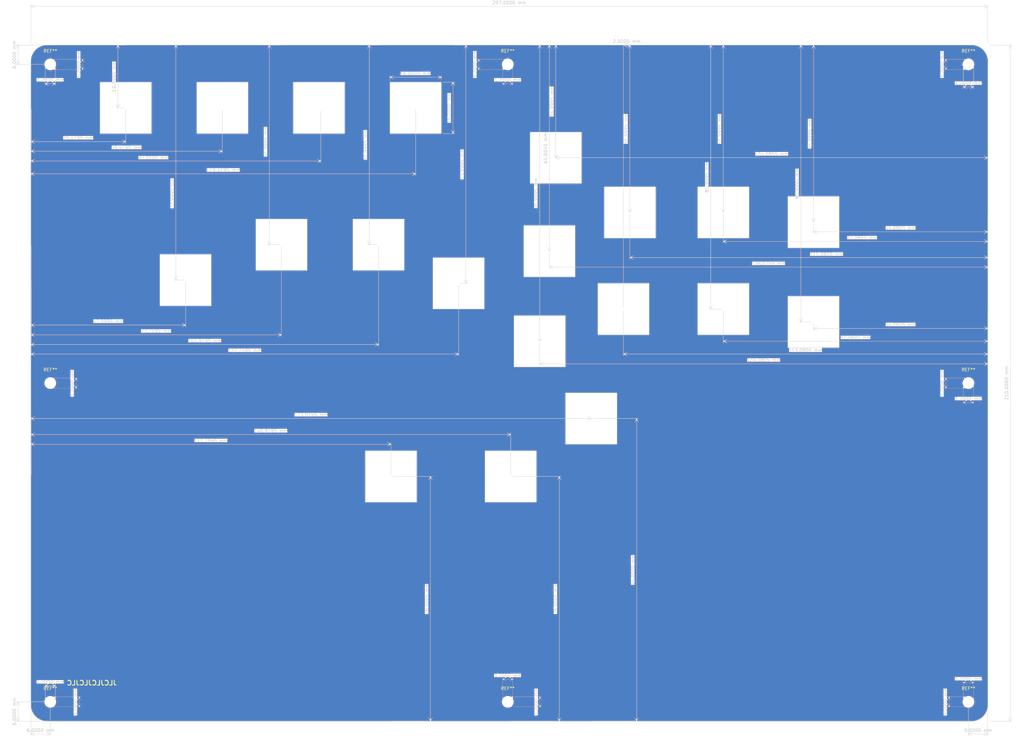
<source format=kicad_pcb>
(kicad_pcb (version 20241229) (generator "pcbnew") (generator_version "9.0")
  (layers (0 "F.Cu" signal) (2 "B.Cu" signal) (13 "F.Paste" user) (15 "B.Paste" user) (5 "F.SilkS" user "F.Silkscreen") (7 "B.SilkS" user "B.Silkscreen") (1 "F.Mask" user) (3 "B.Mask" user) (25 "Edge.Cuts" user))
  (net 0 "")
  (net 1 "GND")
  (footprint "MountingHole:MountingHole_3.2mm_M3" (layer "F.Cu") (at 341 234)
    (property "Reference" "REF**" (at 0 -4.15 0) (layer "F.SilkS"))
    (property "Value" "MountingHole_3.2mm_M3")
    (pad "" np_thru_hole circle (at 0 0) (size 3.2 3.2) (drill 3.2) (layers "*.Cu" "*.Mask"))
  )
  (footprint "MountingHole:MountingHole_3.2mm_M3" (layer "F.Cu") (at 56 36)
    (property "Reference" "REF**" (at 0 -4.15 0) (layer "F.SilkS"))
    (property "Value" "MountingHole_3.2mm_M3")
    (pad "" np_thru_hole circle (at 0 0) (size 3.2 3.2) (drill 3.2) (layers "*.Cu" "*.Mask"))
  )
  (footprint "MountingHole:MountingHole_3.2mm_M3" (layer "F.Cu") (at 56 135)
    (property "Reference" "REF**" (at 0 -4.15 0) (layer "F.SilkS"))
    (property "Value" "MountingHole_3.2mm_M3")
    (pad "" np_thru_hole circle (at 0 0) (size 3.2 3.2) (drill 3.2) (layers "*.Cu" "*.Mask"))
  )
  (footprint "MountingHole:MountingHole_3.2mm_M3" (layer "F.Cu") (at 198 36)
    (property "Reference" "REF**" (at 0 -4.15 0) (layer "F.SilkS"))
    (property "Value" "MountingHole_3.2mm_M3" (hide yes))
    (pad "" np_thru_hole circle (at 0 0) (size 3.2 3.2) (drill 3.2) (layers "*.Cu" "*.Mask"))
  )
  (footprint "MountingHole:MountingHole_3.2mm_M3" (layer "F.Cu") (at 56 234)
    (property "Reference" "REF**" (at 0 -4.15 0) (layer "F.SilkS"))
    (property "Value" "MountingHole_3.2mm_M3")
    (pad "" np_thru_hole circle (at 0 0) (size 3.2 3.2) (drill 3.2) (layers "*.Cu" "*.Mask"))
  )
  (footprint "MountingHole:MountingHole_3.2mm_M3" (layer "F.Cu") (at 341 36)
    (property "Reference" "REF**" (at 0 -4.15 0) (layer "F.SilkS"))
    (property "Value" "MountingHole_3.2mm_M3")
    (pad "" np_thru_hole circle (at 0 0) (size 3.2 3.2) (drill 3.2) (layers "*.Cu" "*.Mask"))
  )
  (footprint "MountingHole:MountingHole_3.2mm_M3" (layer "F.Cu") (at 341 135)
    (property "Reference" "REF**" (at 0 -4.15 0) (layer "F.SilkS"))
    (property "Value" "MountingHole_3.2mm_M3")
    (pad "" np_thru_hole circle (at 0 0) (size 3.2 3.2) (drill 3.2) (layers "*.Cu" "*.Mask"))
  )
  (footprint "MountingHole:MountingHole_3.2mm_M3" (layer "F.Cu") (at 198 234)
    (property "Reference" "REF**" (at 0 -4.15 0) (layer "F.SilkS"))
    (property "Value" "MountingHole_3.2mm_M3")
    (pad "" np_thru_hole circle (at 0 0) (size 3.2 3.2) (drill 3.2) (layers "*.Cu" "*.Mask"))
  )
  (gr_arc (start 50 35) (mid 51.464466 31.464466) (end 55 30) (stroke (width 0.1)) (layer "Edge.Cuts"))
  (gr_arc (start 342 30) (mid 345.535534 31.464466) (end 347 35) (stroke (width 0.1)) (layer "Edge.Cuts"))
  (gr_circle (center 198 36) (end 199.6 36) (stroke (width 0.05)) (fill no) (layer "Edge.Cuts"))
  (gr_arc (start 55 240) (mid 51.464466 238.535534) (end 50 235) (stroke (width 0.1)) (layer "Edge.Cuts"))
  (gr_rect (start 256.919466 73.999466) (end 272.919466 89.999466) (stroke (width 0.1)) (fill no) (layer "Edge.Cuts"))
  (gr_circle (center 341 36) (end 342.6 36) (stroke (width 0.05)) (fill no) (layer "Edge.Cuts"))
  (gr_rect (start 153.759466 155.999466) (end 169.759466 171.999466) (stroke (width 0.1)) (fill no) (layer "Edge.Cuts"))
  (gr_rect (start 71.419466 41.499466) (end 87.419466 57.499466) (stroke (width 0.1)) (fill no) (layer "Edge.Cuts"))
  (gr_rect (start 225.919466 103.999466) (end 241.919466 119.999466) (stroke (width 0.1)) (fill no) (layer "Edge.Cuts"))
  (gr_rect (start 190.919466 155.999466) (end 206.919466 171.999466) (stroke (width 0.1)) (fill no) (layer "Edge.Cuts"))
  (gr_circle (center 56 234) (end 57.6 234) (stroke (width 0.05)) (fill no) (layer "Edge.Cuts"))
  (gr_rect (start 227.919466 73.999466) (end 243.919466 89.999466) (stroke (width 0.1)) (fill no) (layer "Edge.Cuts"))
  (gr_rect (start 284.919466 107.999466) (end 300.919466 123.999466) (stroke (width 0.1)) (fill no) (layer "Edge.Cuts"))
  (gr_circle (center 341 135) (end 342.6 135) (stroke (width 0.05)) (fill no) (layer "Edge.Cuts"))
  (gr_rect (start 215.919466 137.999466) (end 231.919466 153.999466) (stroke (width 0.1)) (fill no) (layer "Edge.Cuts"))
  (gr_rect (start 204.914466 56.999466) (end 220.914466 72.999466) (stroke (width 0.1)) (fill no) (layer "Edge.Cuts"))
  (gr_circle (center 56 135) (end 57.6 135) (stroke (width 0.1)) (fill no) (layer "Edge.Cuts"))
  (gr_rect (start 101.419466 41.499466) (end 117.419466 57.499466) (stroke (width 0.1)) (fill no) (layer "Edge.Cuts"))
  (gr_rect (start 149.919466 83.999466) (end 165.919466 99.999466) (stroke (width 0.1)) (fill no) (layer "Edge.Cuts"))
  (gr_arc (start 347 235) (mid 345.535534 238.535534) (end 342 240) (stroke (width 0.1)) (layer "Edge.Cuts"))
  (gr_circle (center 56 36) (end 57.6 36) (stroke (width 0.1)) (fill no) (layer "Edge.Cuts"))
  (gr_circle (center 341 234) (end 342.6 234) (stroke (width 0.05)) (fill no) (layer "Edge.Cuts"))
  (gr_rect (start 199.919466 113.999466) (end 215.919466 129.999466) (stroke (width 0.1)) (fill no) (layer "Edge.Cuts"))
  (gr_rect (start 131.419466 41.499466) (end 147.419466 57.499466) (stroke (width 0.1)) (fill no) (layer "Edge.Cuts"))
  (gr_rect (start 174.759466 95.999466) (end 190.759466 111.999466) (stroke (width 0.1)) (fill no) (layer "Edge.Cuts"))
  (gr_circle (center 198 234) (end 199.6 234) (stroke (width 0.05)) (fill no) (layer "Edge.Cuts"))
  (gr_line (start 347 235) (end 347 35) (stroke (width 0.1)) (layer "Edge.Cuts"))
  (gr_rect (start 284.919466 76.999466) (end 300.919466 92.999466) (stroke (width 0.1)) (fill no) (layer "Edge.Cuts"))
  (gr_rect (start 202.924466 86.004466) (end 218.924466 102.004466) (stroke (width 0.1)) (fill no) (layer "Edge.Cuts"))
  (gr_rect (start 161.419466 41.499466) (end 177.419466 57.499466) (stroke (width 0.1)) (fill no) (layer "Edge.Cuts"))
  (gr_rect (start 256.919466 103.999466) (end 272.919466 119.999466) (stroke (width 0.1)) (fill no) (layer "Edge.Cuts"))
  (gr_line (start 342 30) (end 55 30) (stroke (width 0.1)) (layer "Edge.Cuts"))
  (gr_rect (start 89.999466 94.999466) (end 105.999466 110.999466) (stroke (width 0.1)) (fill no) (layer "Edge.Cuts"))
  (gr_rect (start 119.759466 83.999466) (end 135.759466 99.999466) (stroke (width 0.1)) (fill no) (layer "Edge.Cuts"))
  (gr_line (start 50 235) (end 50 35) (stroke (width 0.1)) (layer "Edge.Cuts"))
  (gr_line (start 342 240) (end 55 240) (stroke (width 0.1)) (layer "Edge.Cuts"))
  (gr_text "JLCJLCJLCJLC" (at 61 229 0) (layer "F.SilkS") (effects (font (size 1.5 1.5) (thickness 0.3) (bold yes)) (justify right bottom mirror)))
  (dimension (type aligned) (layer "Edge.Cuts") (pts (xy 347 30) (xy 347 240)) (height -7) (format (prefix "") (suffix "") (units 3) (units_format 1) (precision 4)) (style (thickness 0.1) (arrow_length 1.27) (text_position_mode 0) (arrow_direction outward) (extension_height 0.58642) (extension_offset 0.5) (keep_text_aligned yes)) (gr_text "210.0000 mm" (at 352.85 135 90) (layer "Edge.Cuts") (effects (font (size 1 1) (thickness 0.15)))))
  (dimension (type aligned) (layer "Edge.Cuts") (pts (xy 347 30) (xy 50 30)) (height 12) (format (prefix "") (suffix "") (units 3) (units_format 1) (precision 4)) (style (thickness 0.1) (arrow_length 1.27) (text_position_mode 0) (arrow_direction outward) (extension_height 0.58642) (extension_offset 0.5) (keep_text_aligned yes)) (gr_text "297.0000 mm" (at 198.5 16.85 0) (layer "Edge.Cuts") (effects (font (size 1 1) (thickness 0.15)))))
  (dimension (type orthogonal) (layer "Edge.Cuts") (pts (xy 198 232.4) (xy 198 235.6)) (height 10) (orientation 1) (format (prefix "") (suffix "") (units 3) (units_format 1) (precision 4)) (style (thickness 0.05) (arrow_length 1.27) (text_position_mode 0) (arrow_direction outward) (extension_height 0.58642) (extension_offset 0.5) (keep_text_aligned yes)) (gr_text "3.2000 mm" (at 206.85 234 90) (layer "Edge.Cuts") (effects (font (size 1 1) (thickness 0.15)))))
  (dimension (type orthogonal) (layer "Edge.Cuts") (pts (xy 233.919466 111.999466) (xy 347 111.999466)) (height 14.000534) (orientation 0) (format (prefix "") (suffix "") (units 3) (units_format 1) (precision 4)) (style (thickness 0.1) (arrow_length 1.27) (text_position_mode 0) (arrow_direction outward) (extension_height 0.58642) (extension_offset 0.5) (keep_text_aligned yes)) (gr_text "113.0805 mm" (at 290.459733 124.85 0) (layer "Edge.Cuts") (effects (font (size 1 1) (thickness 0.15)))))
  (dimension (type orthogonal) (layer "Edge.Cuts") (pts (xy 97.999466 102.999466) (xy 50 103)) (height 14.000534) (orientation 0) (format (prefix "") (suffix "") (units 3) (units_format 1) (precision 4)) (style (thickness 0.1) (arrow_length 1.27) (text_position_mode 0) (arrow_direction outward) (extension_height 0.58642) (extension_offset 0.5) (keep_text_aligned yes)) (gr_text "47.9995 mm" (at 73.999733 115.85 0) (layer "Edge.Cuts") (effects (font (size 1 1) (thickness 0.15)))))
  (dimension (type orthogonal) (layer "Edge.Cuts") (pts (xy 341 234) (xy 347 235)) (height 10) (orientation 0) (format (prefix "") (suffix "") (units 3) (units_format 1) (precision 4)) (style (thickness 0.1) (arrow_length 1.27) (text_position_mode 0) (arrow_direction outward) (extension_height 0.58642) (extension_offset 0.5) (keep_text_aligned yes)) (gr_text "6.0000 mm" (at 344 242.85 0) (layer "Edge.Cuts") (effects (font (size 1 1) (thickness 0.15)))))
  (dimension (type orthogonal) (layer "Edge.Cuts") (pts (xy 292.919466 84.999466) (xy 347 84.999466)) (height 3.000534) (orientation 0) (format (prefix "") (suffix "") (units 3) (units_format 1) (precision 4)) (style (thickness 0.1) (arrow_length 1.27) (text_position_mode 0) (arrow_direction outward) (extension_height 0.58642) (extension_offset 0.5) (keep_text_aligned yes)) (gr_text "54.0805 mm" (at 319.959733 86.85 0) (layer "Edge.Cuts") (effects (font (size 1 1) (thickness 0.15)))))
  (dimension (type orthogonal) (layer "Edge.Cuts") (pts (xy 182.759466 103.999466) (xy 50 105)) (height 22.000534) (orientation 0) (format (prefix "") (suffix "") (units 3) (units_format 1) (precision 4)) (style (thickness 0.1) (arrow_length 1.27) (text_position_mode 0) (arrow_direction outward) (extension_height 0.58642) (extension_offset 0.5) (keep_text_aligned yes)) (gr_text "132.7595 mm" (at 116.379733 124.85 0) (layer "Edge.Cuts") (effects (font (size 1 1) (thickness 0.15)))))
  (dimension (type orthogonal) (layer "Edge.Cuts") (pts (xy 210.924466 94.004466) (xy 347 94.004466)) (height 4.995534) (orientation 0) (format (prefix "") (suffix "") (units 3) (units_format 1) (precision 4)) (style (thickness 0.1) (arrow_length 1.27) (text_position_mode 0) (arrow_direction outward) (extension_height 0.58642) (extension_offset 0.5) (keep_text_aligned yes)) (gr_text "136.0755 mm" (at 278.962233 97.85 0) (layer "Edge.Cuts") (effects (font (size 1 1) (thickness 0.15)))))
  (dimension (type orthogonal) (layer "Edge.Cuts") (pts (xy 264.919466 81.999466) (xy 264.919466 30)) (height 0) (orientation 1) (format (prefix "") (suffix "") (units 3) (units_format 1) (precision 4)) (style (thickness 0.1) (arrow_length 1.27) (text_position_mode 0) (arrow_direction outward) (extension_height 0.58642) (extension_offset 0.5) (keep_text_aligned yes)) (gr_text "51.9995 mm" (at 263.769466 55.999733 90) (layer "Edge.Cuts") (effects (font (size 1 1) (thickness 0.15)))))
  (dimension (type orthogonal) (layer "Edge.Cuts") (pts (xy 182.759466 103.999466) (xy 181 30)) (height 2.240534) (orientation 1) (format (prefix "") (suffix "") (units 3) (units_format 1) (precision 4)) (style (thickness 0.1) (arrow_length 1.27) (text_position_mode 0) (arrow_direction outward) (extension_height 0.58642) (extension_offset 0.5) (keep_text_aligned yes)) (gr_text "73.9995 mm" (at 183.85 66.999733 90) (layer "Edge.Cuts") (effects (font (size 1 1) (thickness 0.15)))))
  (dimension (type orthogonal) (layer "Edge.Cuts") (pts (xy 292.919466 115.999466) (xy 347 115.999466)) (height 2.000534) (orientation 0) (format (prefix "") (suffix "") (units 3) (units_format 1) (precision 4)) (style (thickness 0.1) (arrow_length 1.27) (text_position_mode 0) (arrow_direction outward) (extension_height 0.58642) (extension_offset 0.5) (keep_text_aligned yes)) (gr_text "54.0805 mm" (at 319.959733 116.85 0) (layer "Edge.Cuts") (effects (font (size 1 1) (thickness 0.15)))))
  (dimension (type orthogonal) (layer "Edge.Cuts") (pts (xy 56 232.4) (xy 56 235.6)) (height 9) (orientation 1) (format (prefix "") (suffix "") (units 3) (units_format 1) (precision 4)) (style (thickness 0.05) (arrow_length 1.27) (text_position_mode 0) (arrow_direction outward) (extension_height 0.58642) (extension_offset 0.5) (keep_text_aligned yes)) (gr_text "3.2000 mm" (at 63.85 234 90) (layer "Edge.Cuts") (effects (font (size 1 1) (thickness 0.15)))))
  (dimension (type orthogonal) (layer "Edge.Cuts") (pts (xy 177.419466 41.499466) (xy 177.419466 57.499466)) (height 3.580534) (orientation 1) (format (prefix "") (suffix "") (units 3) (units_format 1) (precision 4)) (style (thickness 0.1) (arrow_length 1.27) (text_position_mode 0) (arrow_direction outward) (extension_height 0.58642) (extension_offset 0.5) (keep_text_aligned yes)) (gr_text "16.0000 mm" (at 179.85 49.499466 90) (layer "Edge.Cuts") (effects (font (size 1 1) (thickness 0.15)))))
  (dimension (type orthogonal) (layer "Edge.Cuts") (pts (xy 127.759466 91.999466) (xy 128 30)) (height -3.759466) (orientation 1) (format (prefix "") (suffix "") (units 3) (units_format 1) (precision 4)) (style (thickness 0.1) (arrow_length 1.27) (text_position_mode 2) (arrow_direction outward) (extension_height 0.58642) (extension_offset 0.5) (keep_text_aligned yes)) (gr_text "61.9995 mm" (at 122.85 59.999999 90) (layer "Edge.Cuts") (effects (font (size 1 1) (thickness 0.15)))))
  (dimension (type orthogonal) (layer "Edge.Cuts") (pts (xy 207.919466 121.999466) (xy 347 122)) (height 7.000534) (orientation 0) (format (prefix "") (suffix "") (units 3) (units_format 1) (precision 4)) (style (thickness 0.1) (arrow_length 1.27) (text_position_mode 0) (arrow_direction outward) (extension_height 0.58642) (extension_offset 0.5) (keep_text_aligned yes)) (gr_text "139.0805 mm" (at 277.459733 127.85 0) (layer "Edge.Cuts") (effects (font (size 1 1) (thickness 0.15)))))
  (dimension (type orthogonal) (layer "Edge.Cuts") (pts (xy 169.419466 49.499466) (xy 50 69)) (height 20.500534) (orientation 0) (format (prefix "") (suffix "") (units 3) (units_format 1) (precision 4)) (style (thickness 0.1) (arrow_length 1.27) (text_position_mode 0) (arrow_direction outward) (extension_height 0.58642) (extension_offset 0.5) (keep_text_aligned yes)) (gr_text "119.4195 mm" (at 109.709733 68.85 0) (layer "Edge.Cuts") (effects (font (size 1 1) (thickness 0.15)))))
  (dimension (type orthogonal) (layer "Edge.Cuts") (pts (xy 97.999466 102.999466) (xy 97 30)) (height -2.999466) (orientation 1) (format (prefix "") (suffix "") (units 3) (units_format 1) (precision 4)) (style (thickness 0.1) (arrow_length 1.27) (text_position_mode 2) (arrow_direction outward) (extension_height 0.58642) (extension_offset 0.5) (keep_text_aligned yes)) (gr_text "72.9995 mm" (at 93.85 75.999999 90) (layer "Edge.Cuts") (effects (font (size 1 1) (thickness 0.15)))))
  (dimension (type orthogonal) (layer "Edge.Cuts") (pts (xy 264.919466 111.999466) (xy 264.919466 30)) (height -3.919466) (orientation 1) (format (prefix "") (suffix "") (units 3) (units_format 1) (precision 4)) (style (thickness 0.1) (arrow_length 1.27) (text_position_mode 0) (arrow_direction outward) (extension_height 0.58642) (extension_offset 0.5) (keep_text_aligned yes)) (gr_text "81.9995 mm" (at 259.85 70.999733 90) (layer "Edge.Cuts") (effects (font (size 1 1) (thickness 0.15)))))
  (dimension (type orthogonal) (layer "Edge.Cuts") (pts (xy 341 232.4) (xy 341 235.6)) (height -6) (orientation 1) (format (prefix "") (suffix "") (units 3) (units_format 1) (precision 4)) (style (thickness 0.05) (arrow_length 1.27) (text_position_mode 0) (arrow_direction outward) (extension_height 0.58642) (extension_offset 0.5) (keep_text_aligned yes)) (gr_text "3.2000 mm" (at 333.85 234 90) (layer "Edge.Cuts") (effects (font (size 1 1) (thickness 0.15)))))
  (dimension (type orthogonal) (layer "Edge.Cuts") (pts (xy 339.4 135) (xy 342.6 135)) (height 6) (orientation 0) (format (prefix "") (suffix "") (units 3) (units_format 1) (precision 4)) (style (thickness 0.05) (arrow_length 1.27) (text_position_mode 0) (arrow_direction outward) (extension_height 0.58642) (extension_offset 0.5) (keep_text_aligned yes)) (gr_text "3.2000 mm" (at 341 139.85 0) (layer "Edge.Cuts") (effects (font (size 1 1) (thickness 0.15)))))
  (dimension (type orthogonal) (layer "Edge.Cuts") (pts (xy 292.919466 115.999466) (xy 292.919466 30)) (height -3.919466) (orientation 1) (format (prefix "") (suffix "") (units 3) (units_format 1) (precision 4)) (style (thickness 0.1) (arrow_length 1.27) (text_position_mode 0) (arrow_direction outward) (extension_height 0.58642) (extension_offset 0.5) (keep_text_aligned yes)) (gr_text "85.9995 mm" (at 287.85 72.999733 90) (layer "Edge.Cuts") (effects (font (size 1 1) (thickness 0.15)))))
  (dimension (type orthogonal) (layer "Edge.Cuts") (pts (xy 223.919466 145.999466) (xy 50 151)) (height 0.000534) (orientation 0) (format (prefix "") (suffix "") (units 3) (units_format 1) (precision 4)) (style (thickness 0.1) (arrow_length 1.27) (text_position_mode 0) (arrow_direction outward) (extension_height 0.58642) (extension_offset 0.5) (keep_text_aligned yes)) (gr_text "173.9195 mm" (at 136.959733 144.85 0) (layer "Edge.Cuts") (effects (font (size 1 1) (thickness 0.15)))))
  (dimension (type orthogonal) (layer "Edge.Cuts") (pts (xy 157.919466 91.999466) (xy 159 30)) (height -2.919466) (orientation 1) (format (prefix "") (suffix "") (units 3) (units_format 1) (precision 4)) (style (thickness 0.1) (arrow_length 1.27) (text_position_mode 0) (arrow_direction outward) (extension_height 0.58642) (extension_offset 0.5) (keep_text_aligned yes)) (gr_text "61.9995 mm" (at 153.85 60.999733 90) (layer "Edge.Cuts") (effects (font (size 1 1) (thickness 0.15)))))
  (dimension (type orthogonal) (layer "Edge.Cuts") (pts (xy 264.919466 111.999466) (xy 347 111.999466)) (height 10.000534) (orientation 0) (format (prefix "") (suffix "") (units 3) (units_format 1) (precision 4)) (style (thickness 0.1) (arrow_length 1.27) (text_position_mode 0) (arrow_direction outward) (extension_height 0.58642) (extension_offset 0.5) (keep_text_aligned yes)) (gr_text "82.0805 mm" (at 305.959733 120.85 0) (layer "Edge.Cuts") (effects (font (size 1 1) (thickness 0.15)))))
  (dimension (type orthogonal) (layer "Edge.Cuts") (pts (xy 161.419466 41.499466) (xy 177.419466 41.499466)) (height -1.499466) (orientation 0) (format (prefix "") (suffix "") (units 3) (units_format 1) (precision 4)) (style (thickness 0.1) (arrow_length 1.27) (text_position_mode 0) (arrow_direction outward) (extension_height 0.58642) (extension_offset 0.5) (keep_text_aligned yes)) (gr_text "16.0000 mm" (at 169.419466 38.85 0) (layer "Edge.Cuts") (effects (font (size 1 1) (thickness 0.15)))))
  (dimension (type orthogonal) (layer "Edge.Cuts") (pts (xy 79.419466 49.499466) (xy 50 49.499466)) (height 10.500534) (orientation 0) (format (prefix "") (suffix "") (units 3) (units_format 1) (precision 4)) (style (thickness 0.1) (arrow_length 1.27) (text_position_mode 0) (arrow_direction outward) (extension_height 0.58642) (extension_offset 0.5) (keep_text_aligned yes)) (gr_text "29.4195 mm" (at 64.709733 58.85 0) (layer "Edge.Cuts") (effects (font (size 1 1) (thickness 0.15)))))
  (dimension (type orthogonal) (layer "Edge.Cuts") (pts (xy 292.919466 84.999466) (xy 292.919466 30)) (height 0) (orientation 1) (format (prefix "") (suffix "") (units 3) (units_format 1) (precision 4)) (style (thickness 0.1) (arrow_length 1.27) (text_position_mode 0) (arrow_direction outward) (extension_height 0.58642) (extension_offset 0.5) (keep_text_aligned yes)) (gr_text "54.9995 mm" (at 291.769466 57.499733 90) (layer "Edge.Cuts") (effects (font (size 1 1) (thickness 0.15)))))
  (dimension (type orthogonal) (layer "Edge.Cuts") (pts (xy 212.914466 64.999466) (xy 347 64.999466)) (height 0) (orientation 0) (format (prefix "") (suffix "") (units 3) (units_format 1) (precision 4)) (style (thickness 0.1) (arrow_length 1.27) (text_position_mode 0) (arrow_direction outward) (extension_height 0.58642) (extension_offset 0.5) (keep_text_aligned yes)) (gr_text "134.0855 mm" (at 279.957233 63.849466 0) (layer "Edge.Cuts") (effects (font (size 1 1) (thickness 0.15)))))
  (dimension (type orthogonal) (layer "Edge.Cuts") (pts (xy 56 234) (xy 56 240)) (height -10) (orientation 1) (format (prefix "") (suffix "") (units 3) (units_format 1) (precision 4)) (style (thickness 0.1) (arrow_length 1.27) (text_position_mode 0) (arrow_direction outward) (extension_height 0.58642) (extension_offset 0.5) (keep_text_aligned yes)) (gr_text "6.0000 mm" (at 44.85 237 90) (layer "Edge.Cuts") (effects (font (size 1 1) (thickness 0.15)))))
  (dimension (type orthogonal) (layer "Edge.Cuts") (pts (xy 212.914466 64.999466) (xy 212.914466 30)) (height 0) (orientation 1) (format (prefix "") (suffix "") (units 3) (units_format 1) (precision 4)) (style (thickness 0.1) (arrow_length 1.27) (text_position_mode 0) (arrow_direction outward) (extension_height 0.58642) (extension_offset 0.5) (keep_text_aligned yes)) (gr_text "34.9995 mm" (at 211.764466 47.499733 90) (layer "Edge.Cuts") (effects (font (size 1 1) (thickness 0.15)))))
  (dimension (type orthogonal) (layer "Edge.Cuts") (pts (xy 157.919466 91.999466) (xy 50 91.999466)) (height 31.000534) (orientation 0) (format (prefix "") (suffix "") (units 3) (units_format 1) (precision 4)) (style (thickness 0.1) (arrow_length 1.27) (text_position_mode 0) (arrow_direction outward) (extension_height 0.58642) (extension_offset 0.5) (keep_text_aligned yes)) (gr_text "107.9195 mm" (at 103.959733 121.85 0) (layer "Edge.Cuts") (effects (font (size 1 1) (thickness 0.15)))))
  (dimension (type orthogonal) (layer "Edge.Cuts") (pts (xy 207.919466 121.999466) (xy 204.914466 30)) (height 0) (orientation 1) (format (prefix "") (suffix "") (units 3) (units_format 1) (precision 4)) (style (thickness 0.1) (arrow_length 1.27) (text_position_mode 0) (arrow_direction outward) (extension_height 0.58642) (extension_offset 0.5) (keep_text_aligned yes)) (gr_text "91.9995 mm" (at 206.769466 75.999733 90) (layer "Edge.Cuts") (effects (font (size 1 1) (thickness 0.15)))))
  (dimension (type orthogonal) (layer "Edge.Cuts") (pts (xy 196.4 36) (xy 199.6 36)) (height 6) (orientation 0) (format (prefix "") (suffix "") (units 3) (units_format 1) (precision 4)) (style (thickness 0.05) (arrow_length 1.27) (text_position_mode 0) (arrow_direction outward) (extension_height 0.58642) (extension_offset 0.5) (keep_text_aligned yes)) (gr_text "3.2000 mm" (at 198 40.85 0) (layer "Edge.Cuts") (effects (font (size 1 1) (thickness 0.15)))))
  (dimension (type orthogonal) (layer "Edge.Cuts") (pts (xy 198 34.4) (xy 198 37.6)) (height -9) (orientation 1) (format (prefix "") (suffix "") (units 3) (units_format 1) (precision 4)) (style (thickness 0.05) (arrow_length 1.27) (text_position_mode 0) (arrow_direction outward) (extension_height 0.58642) (extension_offset 0.5) (keep_text_aligned yes)) (gr_text "3.2000 mm" (at 187.85 36 90) (layer "Edge.Cuts") (effects (font (size 1 1) (thickness 0.15)))))
  (dimension (type orthogonal) (layer "Edge.Cuts") (pts (xy 56 34.4) (xy 56 37.6)) (height 10) (orientation 1) (format (prefix "") (suffix "") (units 3) (units_format 1) (precision 4)) (style (thickness 0.05) (arrow_length 1.27) (text_position_mode 0) (arrow_direction outward) (extension_height 0.58642) (extension_offset 0.5) (keep_text_aligned yes)) (gr_text "3.2000 mm" (at 64.85 36 90) (layer "Edge.Cuts") (effects (font (size 1 1) (thickness 0.15)))))
  (dimension (type orthogonal) (layer "Edge.Cuts") (pts (xy 223.919466 146) (xy 223.919466 240)) (height 14.080534) (orientation 1) (format (prefix "") (suffix "") (units 3) (units_format 1) (precision 4)) (style (thickness 0.1) (arrow_length 1.27) (text_position_mode 0) (arrow_direction outward) (extension_height 0.58642) (extension_offset 0.5) (keep_text_aligned yes)) (gr_text "94.0000 mm" (at 236.85 193 90) (layer "Edge.Cuts") (effects (font (size 1 1) (thickness 0.15)))))
  (dimension (type orthogonal) (layer "Edge.Cuts") (pts (xy 235.919466 81.999466) (xy 347 81.999466)) (height 14.000534) (orientation 0) (format (prefix "") (suffix "") (units 3) (units_format 1) (precision 4)) (style (thickness 0.1) (arrow_length 1.27) (text_position_mode 2) (arrow_direction outward) (extension_height 0.58642) (extension_offset 0.5) (keep_text_aligned yes)) (gr_text "111.0805 mm" (at 297 95 0) (layer "Edge.Cuts") (effects (font (size 1 1) (thickness 0.15)))))
  (dimension (type orthogonal) (layer "Edge.Cuts") (pts (xy 198.919466 163.999466) (xy 198.5 240)) (height 15.080534) (orientation 1) (format (prefix "") (suffix "") (units 3) (units_format 1) (precision 4)) (style (thickness 0.1) (arrow_length 1.27) (text_position_mode 0) (arrow_direction outward) (extension_height 0.58642) (extension_offset 0.5) (keep_text_aligned yes)) (gr_text "76.0005 mm" (at 212.85 201.999733 90) (layer "Edge.Cuts") (effects (font (size 1 1) (thickness 0.15)))))
  (dimension (type orthogonal) (layer "Edge.Cuts") (pts (xy 339.4 36) (xy 342.6 36)) (height 7) (orientation 0) (format (prefix "") (suffix "") (units 3) (units_format 1) (precision 4)) (style (thickness 0.1) (arrow_length 1.27) (text_position_mode 0) (arrow_direction outward) (extension_height 0.58642) (extension_offset 0.5) (keep_text_aligned yes)) (gr_text "3.2000 mm" (at 341 41.85 0) (layer "Edge.Cuts") (effects (font (size 1 1) (thickness 0.15)))))
  (dimension (type orthogonal) (layer "Edge.Cuts") (pts (xy 56 234) (xy 50 234)) (height 10) (orientation 0) (format (prefix "") (suffix "") (units 3) (units_format 1) (precision 4)) (style (thickness 0.1) (arrow_length 1.27) (text_position_mode 0) (arrow_direction outward) (extension_height 0.58642) (extension_offset 0.5) (keep_text_aligned yes)) (gr_text "6.0000 mm" (at 53 242.85 0) (layer "Edge.Cuts") (effects (font (size 1 1) (thickness 0.15)))))
  (dimension (type orthogonal) (layer "Edge.Cuts") (pts (xy 233.919466 111.999466) (xy 235.919466 30)) (height -81.999466) (orientation 0) (format (prefix "") (suffix "") (units 3) (units_format 1) (precision 4)) (style (thickness 0.1) (arrow_length 1.27) (text_position_mode 0) (arrow_direction outward) (extension_height 0.58642) (extension_offset 0.5) (keep_text_aligned yes)) (gr_text "2.0000 mm" (at 234.919466 28.85 0) (layer "Edge.Cuts") (effects (font (size 1 1) (thickness 0.15)))))
  (dimension (type orthogonal) (layer "Edge.Cuts") (pts (xy 161.759466 163.999466) (xy 161.759466 240)) (height 12.240534) (orientation 1) (format (prefix "") (suffix "") (units 3) (units_format 1) (precision 4)) (style (thickness 0.1) (arrow_length 1.27) (text_position_mode 0) (arrow_direction outward) (extension_height 0.58642) (extension_offset 0.5) (keep_text_aligned yes)) (gr_text "76.0005 mm" (at 172.85 201.999733 90) (layer "Edge.Cuts") (effects (font (size 1 1) (thickness 0.15)))))
  (dimension (type orthogonal) (layer "Edge.Cuts") (pts (xy 235.919466 81.999466) (xy 235.919466 30)) (height 0) (orientation 1) (format (prefix "") (suffix "") (units 3) (units_format 1) (precision 4)) (style (thickness 0.1) (arrow_length 1.27) (text_position_mode 0) (arrow_direction outward) (extension_height 0.58642) (extension_offset 0.5) (keep_text_aligned yes)) (gr_text "51.9995 mm" (at 234.769466 55.999733 90) (layer "Edge.Cuts") (effects (font (size 1 1) (thickness 0.15)))))
  (dimension (type orthogonal) (layer "Edge.Cuts") (pts (xy 339.4 234) (xy 342.6 234)) (height -6) (orientation 0) (format (prefix "") (suffix "") (units 3) (units_format 1) (precision 4)) (style (thickness 0.05) (arrow_length 1.27) (text_position_mode 0) (arrow_direction outward) (extension_height 0.58642) (extension_offset 0.5) (keep_text_aligned yes)) (gr_text "3.2000 mm" (at 341 226.85 0) (layer "Edge.Cuts") (effects (font (size 1 1) (thickness 0.15)))))
  (dimension (type orthogonal) (layer "Edge.Cuts") (pts (xy 79.419466 49.499466) (xy 80 30)) (height -2.419466) (orientation 1) (format (prefix "") (suffix "") (units 3) (units_format 1) (precision 4)) (style (thickness 0.1) (arrow_length 1.27) (text_position_mode 0) (arrow_direction outward) (extension_height 0.58642) (extension_offset 0.5) (keep_text_aligned yes)) (gr_text "19.4995 mm" (at 75.85 39.749733 90) (layer "Edge.Cuts") (effects (font (size 1 1) (thickness 0.15)))))
  (dimension (type orthogonal) (layer "Edge.Cuts") (pts (xy 198.919466 163.999466) (xy 50 163.999466)) (height -12.999466) (orientation 0) (format (prefix "") (suffix "") (units 3) (units_format 1) (precision 4)) (style (thickness 0.1) (arrow_length 1.27) (text_position_mode 0) (arrow_direction outward) (extension_height 0.58642) (extension_offset 0.5) (keep_text_aligned yes)) (gr_text "148.9195 mm" (at 124.459733 149.85 0) (layer "Edge.Cuts") (effects (font (size 1 1) (thickness 0.15)))))
  (dimension (type orthogonal) (layer "Edge.Cuts") (pts (xy 196.4 234) (xy 199.6 234)) (height -7) (orientation 0) (format (prefix "") (suffix "") (units 3) (units_format 1) (precision 4)) (style (thickness 0.05) (arrow_length 1.27) (text_position_mode 0) (arrow_direction outward) (extension_height 0.58642) (extension_offset 0.5) (keep_text_aligned yes)) (gr_text "3.2000 mm" (at 198 225.85 0) (layer "Edge.Cuts") (effects (font (size 1 1) (thickness 0.15)))))
  (dimension (type orthogonal) (layer "Edge.Cuts") (pts (xy 56 136.6) (xy 56 133.4)) (height 8) (orientation 1) (format (prefix "") (suffix "") (units 3) (units_format 1) (precision 4)) (style (thickness 0.05) (arrow_length 1.27) (text_position_mode 0) (arrow_direction outward) (extension_height 0.58642) (extension_offset 0.5) (keep_text_aligned yes)) (gr_text "3.2000 mm" (at 62.85 135 90) (layer "Edge.Cuts") (effects (font (size 1 1) (thickness 0.15)))))
  (dimension (type orthogonal) (layer "Edge.Cuts") (pts (xy 54.4 234) (xy 57.6 234)) (height -5) (orientation 0) (format (prefix "") (suffix "") (units 3) (units_format 1) (precision 4)) (style (thickness 0.1) (arrow_length 1.27) (text_position_mode 0) (arrow_direction outward) (extension_height 0.58642) (extension_offset 0.5) (keep_text_aligned yes)) (gr_text "3.2000 mm" (at 56 227.85 0) (layer "Edge.Cuts") (effects (font (size 1 1) (thickness 0.15)))))
  (dimension (type orthogonal) (layer "Edge.Cuts") (pts (xy 264.919466 81.999466) (xy 347 81.999466)) (height 9.000534) (orientation 0) (format (prefix "") (suffix "") (units 3) (units_format 1) (precision 4)) (style (thickness 0.1) (arrow_length 1.27) (text_position_mode 2) (arrow_direction outward) (extension_height 0.58642) (extension_offset 0.5) (keep_text_aligned yes)) (gr_text "82.0805 mm" (at 308 89.85 0) (layer "Edge.Cuts") (effects (font (size 1 1) (thickness 0.15)))))
  (dimension (type orthogonal) (layer "Edge.Cuts") (pts (xy 56 36) (xy 56 30)) (height -10) (orientation 1) (format (prefix "") (suffix "") (units 3) (units_format 1) (precision 4)) (style (thickness 0.1) (arrow_length 1.27) (text_position_mode 0) (arrow_direction outward) (extension_height 0.58642) (extension_offset 0.5) (keep_text_aligned yes)) (gr_text "6.0000 mm" (at 44.85 33 90) (layer "Edge.Cuts") (effects (font (size 1 1) (thickness 0.15)))))
  (dimension (type orthogonal) (layer "Edge.Cuts") (pts (xy 54.4 36) (xy 57.6 36)) (height 6) (orientation 0) (format (prefix "") (suffix "") (units 3) (units_format 1) (precision 4)) (style (thickness 0.1) (arrow_length 1.27) (text_position_mode 0) (arrow_direction outward) (extension_height 0.58642) (extension_offset 0.5) (keep_text_aligned yes)) (gr_text "3.2000 mm" (at 56 40.85 0) (layer "Edge.Cuts") (effects (font (size 1 1) (thickness 0.15)))))
  (dimension (type orthogonal) (layer "Edge.Cuts") (pts (xy 341 34.4) (xy 341 37.6)) (height -7) (orientation 1) (format (prefix "") (suffix "") (units 3) (units_format 1) (precision 4)) (style (thickness 0.05) (arrow_length 1.27) (text_position_mode 0) (arrow_direction outward) (extension_height 0.58642) (extension_offset 0.5) (keep_text_aligned yes)) (gr_text "3.2000 mm" (at 332.85 36 90) (layer "Edge.Cuts") (effects (font (size 1 1) (thickness 0.15)))))
  (dimension (type orthogonal) (layer "Edge.Cuts") (pts (xy 161.759466 163.999466) (xy 50 163.999466)) (height -9.999466) (orientation 0) (format (prefix "") (suffix "") (units 3) (units_format 1) (precision 4)) (style (thickness 0.1) (arrow_length 1.27) (text_position_mode 0) (arrow_direction outward) (extension_height 0.58642) (extension_offset 0.5) (keep_text_aligned yes)) (gr_text "111.7595 mm" (at 105.879733 152.85 0) (layer "Edge.Cuts") (effects (font (size 1 1) (thickness 0.15)))))
  (dimension (type orthogonal) (layer "Edge.Cuts") (pts (xy 210.924466 94.004466) (xy 212.914466 30)) (height 0) (orientation 1) (format (prefix "") (suffix "") (units 3) (units_format 1) (precision 4)) (style (thickness 0.1) (arrow_length 1.27) (text_position_mode 0) (arrow_direction outward) (extension_height 0.58642) (extension_offset 0.5) (keep_text_aligned yes)) (gr_text "64.0045 mm" (at 209.774466 62.002233 90) (layer "Edge.Cuts") (effects (font (size 1 1) (thickness 0.15)))))
  (dimension (type orthogonal) (layer "Edge.Cuts") (pts (xy 109.419466 49.499466) (xy 50 49.499466)) (height 13.500534) (orientation 0) (format (prefix "") (suffix "") (units 3) (units_format 1) (precision 4)) (style (thickness 0.1) (arrow_length 1.27) (text_position_mode 0) (arrow_direction outward) (extension_height 0.58642) (extension_offset 0.5) (keep_text_aligned yes)) (gr_text "59.4195 mm" (at 79.709733 61.85 0) (layer "Edge.Cuts") (effects (font (size 1 1) (thickness 0.15)))))
  (dimension (type orthogonal) (layer "Edge.Cuts") (pts (xy 127.759466 91.999466) (xy 50 91.999466)) (height 28.000534) (orientation 0) (format (prefix "") (suffix "") (units 3) (units_format 1) (precision 4)) (style (thickness 0.1) (arrow_length 1.27) (text_position_mode 0) (arrow_direction outward) (extension_height 0.58642) (extension_offset 0.5) (keep_text_aligned yes)) (gr_text "77.7595 mm" (at 88.879733 118.85 0) (layer "Edge.Cuts") (effects (font (size 1 1) (thickness 0.15)))))
  (dimension (type orthogonal) (layer "Edge.Cuts") (pts (xy 341 133.4) (xy 341 136.6)) (height -7) (orientation 1) (format (prefix "") (suffix "") (units 3) (units_format 1) (precision 4)) (style (thickness 0.05) (arrow_length 1.27) (text_position_mode 0) (arrow_direction outward) (extension_height 0.58642) (extension_offset 0.5) (keep_text_aligned yes)) (gr_text "3.2000 mm" (at 332.85 135 90) (layer "Edge.Cuts") (effects (font (size 1 1) (thickness 0.15)))))
  (dimension (type orthogonal) (layer "Edge.Cuts") (pts (xy 140 50) (xy 50 49.499466)) (height 16) (orientation 0) (format (prefix "") (suffix "") (units 3) (units_format 1) (precision 4)) (style (thickness 0.1) (arrow_length 1.27) (text_position_mode 2) (arrow_direction outward) (extension_height 0.58642) (extension_offset 0.5) (keep_text_aligned yes)) (gr_text "90.0000 mm" (at 88 65 0) (layer "Edge.Cuts") (effects (font (size 1 1) (thickness 0.15)))))
  (zone (net 1) (net_name "GND") (layer "F.Cu") (connect_pads (clearance 0)) (min_thickness 0.25) (fill yes (thermal_gap 0.5) (thermal_bridge_width 0.5))
    (polygon (pts (xy 50 30) (xy 50 240) (xy 347 240) (xy 347 30)))
  )
  (zone (net 1) (net_name "GND") (layer "B.Cu") (priority 1) (connect_pads (clearance 0)) (min_thickness 0.25) (fill yes (thermal_gap 0.5) (thermal_bridge_width 0.5))
    (polygon (pts (xy 50 30) (xy 50 240) (xy 347 240) (xy 347 30)))
  )
)
</source>
